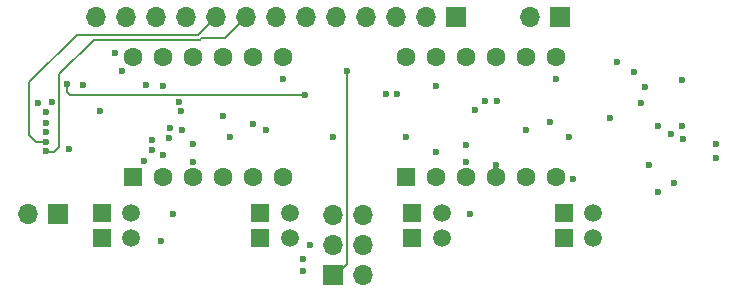
<source format=gbr>
%TF.GenerationSoftware,KiCad,Pcbnew,9.0.0*%
%TF.CreationDate,2025-05-14T14:17:17+02:00*%
%TF.ProjectId,Fluke_8050a_TM1637_Display_PCB,466c756b-655f-4383-9035-30615f544d31,rev?*%
%TF.SameCoordinates,Original*%
%TF.FileFunction,Copper,L2,Inr*%
%TF.FilePolarity,Positive*%
%FSLAX46Y46*%
G04 Gerber Fmt 4.6, Leading zero omitted, Abs format (unit mm)*
G04 Created by KiCad (PCBNEW 9.0.0) date 2025-05-14 14:17:17*
%MOMM*%
%LPD*%
G01*
G04 APERTURE LIST*
%TA.AperFunction,ComponentPad*%
%ADD10R,1.600000X1.600000*%
%TD*%
%TA.AperFunction,ComponentPad*%
%ADD11C,1.600000*%
%TD*%
%TA.AperFunction,ComponentPad*%
%ADD12R,1.500000X1.500000*%
%TD*%
%TA.AperFunction,ComponentPad*%
%ADD13C,1.500000*%
%TD*%
%TA.AperFunction,ComponentPad*%
%ADD14R,1.700000X1.700000*%
%TD*%
%TA.AperFunction,ComponentPad*%
%ADD15O,1.700000X1.700000*%
%TD*%
%TA.AperFunction,ViaPad*%
%ADD16C,0.600000*%
%TD*%
%TA.AperFunction,Conductor*%
%ADD17C,0.200000*%
%TD*%
G04 APERTURE END LIST*
D10*
%TO.N,/Segment E*%
%TO.C,D2*%
X154400000Y-56060000D03*
D11*
%TO.N,/Segment D*%
X156940000Y-56060000D03*
%TO.N,/DOT*%
X159480000Y-56060000D03*
%TO.N,/Segment C*%
X162020000Y-56060000D03*
%TO.N,/Segment G*%
X164560000Y-56060000D03*
%TO.N,unconnected-(D2-NC-Pad6)*%
X167100000Y-56060000D03*
%TO.N,/Segment B*%
X167100000Y-45900000D03*
%TO.N,/DIGIT6*%
X164560000Y-45900000D03*
%TO.N,/DIGIT5*%
X162020000Y-45900000D03*
%TO.N,/Segment F*%
X159480000Y-45900000D03*
%TO.N,/Segment A*%
X156940000Y-45900000D03*
%TO.N,/DIGIT4*%
X154400000Y-45900000D03*
%TD*%
D12*
%TO.N,Net-(D4-A)*%
%TO.C,D8*%
X165140000Y-61200000D03*
D13*
%TO.N,Net-(D8-A)*%
X167640000Y-61200000D03*
%TD*%
D12*
%TO.N,Net-(D10-K)*%
%TO.C,D10*%
X190840000Y-61200000D03*
D13*
%TO.N,Net-(D10-A)*%
X193340000Y-61200000D03*
%TD*%
D10*
%TO.N,/Segment E*%
%TO.C,D1*%
X177500000Y-56060000D03*
D11*
%TO.N,/Segment D*%
X180040000Y-56060000D03*
%TO.N,/DOT*%
X182580000Y-56060000D03*
%TO.N,/Segment C*%
X185120000Y-56060000D03*
%TO.N,/Segment G*%
X187660000Y-56060000D03*
%TO.N,unconnected-(D1-NC-Pad6)*%
X190200000Y-56060000D03*
%TO.N,/Segment B*%
X190200000Y-45900000D03*
%TO.N,/DIGIT3*%
X187660000Y-45900000D03*
%TO.N,/DIGIT2*%
X185120000Y-45900000D03*
%TO.N,/Segment F*%
X182580000Y-45900000D03*
%TO.N,/Segment A*%
X180040000Y-45900000D03*
%TO.N,/DIGIT1*%
X177500000Y-45900000D03*
%TD*%
D12*
%TO.N,Net-(D3-A)*%
%TO.C,D7*%
X151740000Y-61200000D03*
D13*
%TO.N,Net-(D7-A)*%
X154240000Y-61200000D03*
%TD*%
D12*
%TO.N,GND*%
%TO.C,D3*%
X151740000Y-59100000D03*
D13*
%TO.N,Net-(D3-A)*%
X154240000Y-59100000D03*
%TD*%
D12*
%TO.N,Net-(D5-A)*%
%TO.C,D9*%
X178040000Y-61200000D03*
D13*
%TO.N,Net-(D9-A)*%
X180540000Y-61200000D03*
%TD*%
D12*
%TO.N,GND*%
%TO.C,D6*%
X190840000Y-59100000D03*
D13*
%TO.N,Net-(D10-K)*%
X193340000Y-59100000D03*
%TD*%
D12*
%TO.N,GND*%
%TO.C,D4*%
X165140000Y-59100000D03*
D13*
%TO.N,Net-(D4-A)*%
X167640000Y-59100000D03*
%TD*%
D12*
%TO.N,GND*%
%TO.C,D5*%
X178040000Y-59100000D03*
D13*
%TO.N,Net-(D5-A)*%
X180540000Y-59100000D03*
%TD*%
D14*
%TO.N,/MISO*%
%TO.C,J1*%
X171325000Y-64325000D03*
D15*
%TO.N,Net-(J1-Pin_2)*%
X173865000Y-64325000D03*
%TO.N,/SCK*%
X171325000Y-61785000D03*
%TO.N,/MOSI*%
X173865000Y-61785000D03*
%TO.N,/RST*%
X171325000Y-59245000D03*
%TO.N,GND*%
X173865000Y-59245000D03*
%TD*%
D14*
%TO.N,Net-(J4-Pin_1)*%
%TO.C,J4*%
X148000000Y-59200000D03*
D15*
%TO.N,Net-(J4-Pin_2)*%
X145460000Y-59200000D03*
%TD*%
D14*
%TO.N,GND*%
%TO.C,J2*%
X181700000Y-42500000D03*
D15*
%TO.N,VCC*%
X179160000Y-42500000D03*
%TO.N,/Strobe 4*%
X176620000Y-42500000D03*
%TO.N,/Strobe 3*%
X174080000Y-42500000D03*
%TO.N,/Strobe 2*%
X171540000Y-42500000D03*
%TO.N,/Strobe 1*%
X169000000Y-42500000D03*
%TO.N,/DATA Z*%
X166460000Y-42500000D03*
%TO.N,/DATA Y*%
X163920000Y-42500000D03*
%TO.N,/DATA X*%
X161380000Y-42500000D03*
%TO.N,/DATA W*%
X158840000Y-42500000D03*
%TO.N,/Strobe 0*%
X156300000Y-42500000D03*
%TO.N,/HV*%
X153760000Y-42500000D03*
%TO.N,/DP*%
X151220000Y-42500000D03*
%TD*%
D14*
%TO.N,VCC*%
%TO.C,J3*%
X190500000Y-42500000D03*
D15*
%TO.N,Net-(J1-Pin_2)*%
X187960000Y-42500000D03*
%TD*%
D16*
%TO.N,/DIGIT2*%
X185195000Y-49625000D03*
X197380000Y-49800000D03*
%TO.N,/DIGIT3*%
X196780000Y-47160000D03*
%TO.N,/DIGIT1*%
X191310000Y-52680000D03*
X177500000Y-52610000D03*
X200220000Y-56560000D03*
X191610000Y-56170000D03*
%TO.N,/DIGIT6*%
X164560000Y-51540000D03*
X189660000Y-51380000D03*
%TO.N,/DIGIT5*%
X162020000Y-50890000D03*
X194750000Y-51050000D03*
%TO.N,/DIGIT4*%
X195330000Y-46300000D03*
%TO.N,VCC*%
X148960000Y-53680000D03*
%TO.N,/Segment B*%
X167100000Y-47760000D03*
X200880000Y-47780000D03*
X190220000Y-47760000D03*
%TO.N,/Segment C*%
X198080000Y-55040000D03*
X185140000Y-55000000D03*
%TO.N,/Segment D*%
X156940000Y-54130000D03*
X203739876Y-53269921D03*
X180040000Y-53881000D03*
%TO.N,/Segment G*%
X187670000Y-52040000D03*
X199900000Y-52390000D03*
X165630000Y-52070000D03*
%TO.N,/Segment F*%
X200950000Y-52830000D03*
X182580000Y-53280000D03*
X159480000Y-53271000D03*
%TO.N,/DOT*%
X159480000Y-54740000D03*
X203762241Y-54404019D03*
X182580000Y-54760000D03*
%TO.N,/Segment E*%
X198810000Y-51710000D03*
X200890000Y-51750000D03*
X198830000Y-57330000D03*
%TO.N,/Segment A*%
X156930000Y-48360000D03*
X180040000Y-48360000D03*
X197710000Y-48370000D03*
%TO.N,/Strobe 4*%
X157490000Y-51850000D03*
%TO.N,/Strobe 1*%
X156000000Y-53720000D03*
%TO.N,/DATA Z*%
X155300000Y-54710000D03*
%TO.N,/Strobe 2*%
X156010000Y-52910000D03*
%TO.N,/Strobe 3*%
X162592472Y-52661000D03*
X157470000Y-52760000D03*
%TO.N,/DATA W*%
X147000000Y-52240000D03*
%TO.N,/DATA X*%
X147000000Y-53040000D03*
%TO.N,/DP*%
X146300000Y-49800000D03*
%TO.N,/Strobe 0*%
X146980000Y-51440000D03*
%TO.N,/DATA Y*%
X147030358Y-53839426D03*
%TO.N,/HV*%
X146980000Y-50520000D03*
%TO.N,Net-(U1-DIO)*%
X158480000Y-50440000D03*
X183340000Y-50330000D03*
X176700000Y-49000000D03*
%TO.N,Net-(U1-CLK)*%
X175800000Y-49000000D03*
X158260000Y-49670000D03*
X184150000Y-49620000D03*
%TO.N,/MISO*%
X172510000Y-47040000D03*
X153490000Y-47090000D03*
%TO.N,/MOSI*%
X147490000Y-49680000D03*
X168790000Y-63980000D03*
%TO.N,/RST*%
X158510000Y-52070000D03*
X171330000Y-52660000D03*
%TO.N,/SCK*%
X168940000Y-49070000D03*
X169400000Y-61800000D03*
X148810000Y-48150000D03*
%TO.N,/LED HV*%
X157760000Y-59170000D03*
X151550000Y-50400000D03*
%TO.N,/LED REL*%
X156760000Y-61480000D03*
X152860000Y-45570000D03*
%TO.N,/LED DB*%
X155445000Y-48205000D03*
X182890000Y-59200000D03*
%TO.N,/LED NN*%
X168770000Y-62960000D03*
X150190000Y-48270000D03*
%TD*%
D17*
%TO.N,/DATA X*%
X149630000Y-43990000D02*
X159890000Y-43990000D01*
X159890000Y-43990000D02*
X161380000Y-42500000D01*
X146990000Y-53050000D02*
X147000000Y-53040000D01*
X145601000Y-48019000D02*
X149630000Y-43990000D01*
X145601000Y-52481000D02*
X145601000Y-48019000D01*
X146170000Y-53050000D02*
X146990000Y-53050000D01*
X146170000Y-53050000D02*
X145601000Y-52481000D01*
%TO.N,/DATA Y*%
X147030358Y-53839426D02*
X147030358Y-53830358D01*
X160056100Y-44391000D02*
X160167100Y-44280000D01*
X147030358Y-53839426D02*
X147060932Y-53870000D01*
X162140000Y-44280000D02*
X163920000Y-42500000D01*
X147060932Y-53870000D02*
X147720000Y-53870000D01*
X147720000Y-53870000D02*
X148130000Y-53460000D01*
X151059000Y-44391000D02*
X160056100Y-44391000D01*
X147030358Y-53830358D02*
X147030000Y-53830000D01*
X148130000Y-53460000D02*
X148130000Y-47320000D01*
X160167100Y-44280000D02*
X162140000Y-44280000D01*
X148130000Y-47320000D02*
X151059000Y-44391000D01*
%TO.N,/MISO*%
X171325000Y-64325000D02*
X171545000Y-64325000D01*
X172510000Y-63360000D02*
X172510000Y-47040000D01*
X171545000Y-64325000D02*
X172510000Y-63360000D01*
X172510000Y-47040000D02*
X172540000Y-47010000D01*
%TO.N,/SCK*%
X149060000Y-49070000D02*
X148790000Y-48800000D01*
X168940000Y-49070000D02*
X149060000Y-49070000D01*
X148790000Y-48800000D02*
X148790000Y-48150000D01*
%TD*%
M02*

</source>
